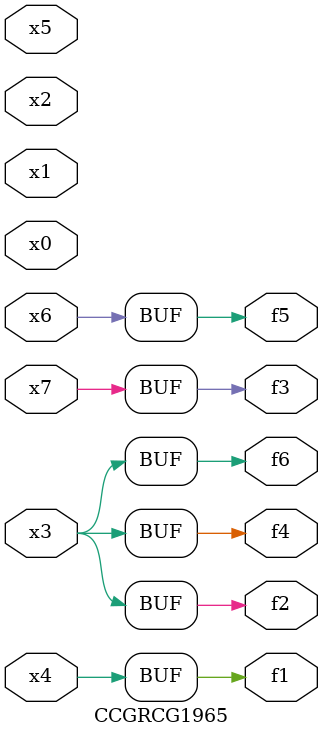
<source format=v>
module CCGRCG1965(
	input x0, x1, x2, x3, x4, x5, x6, x7,
	output f1, f2, f3, f4, f5, f6
);
	assign f1 = x4;
	assign f2 = x3;
	assign f3 = x7;
	assign f4 = x3;
	assign f5 = x6;
	assign f6 = x3;
endmodule

</source>
